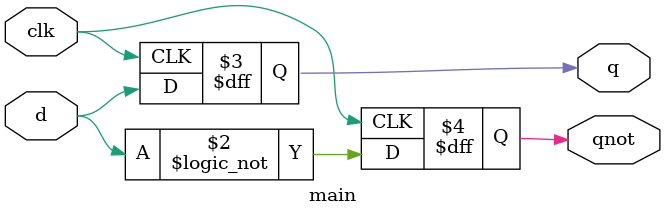
<source format=v>
/* dff.v
   Implementation of a simple D Flip Flop
*/

module main(d, clk, q, qnot);
input d, clk;
output q, qnot;

reg q, qnot;

always@(posedge clk)
begin
q <= d;
qnot <= !d;
end

endmodule

</source>
